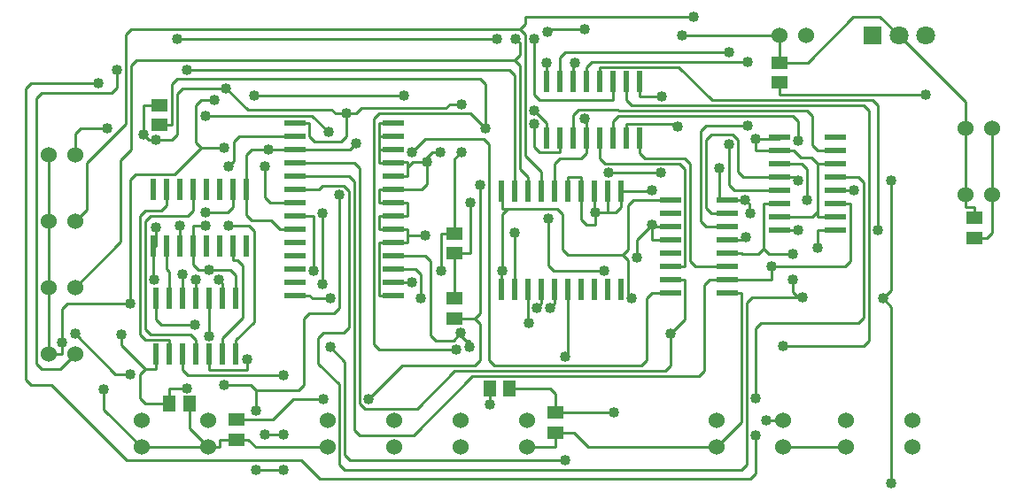
<source format=gbr>
G04 DipTrace 2.2.0.9*
%INBottom.gbr*%
%MOIN*%
%ADD13C,0.01*%
%ADD15R,0.0591X0.0512*%
%ADD16R,0.0512X0.0591*%
%ADD17C,0.06*%
%ADD20R,0.0236X0.0787*%
%ADD21R,0.0709X0.0709*%
%ADD22C,0.0709*%
%ADD23R,0.0787X0.0236*%
%ADD24C,0.04*%
%FSLAX44Y44*%
%SFA1B1*%
%OFA0B0*%
G04*
G70*
G90*
G75*
G01*
%LNBottom*%
%LPD*%
X28851Y15245D2*
D13*
X27445D1*
X27245Y15045D1*
Y13374D1*
X27045Y13174D1*
X25000D1*
X24800Y13374D1*
Y14692D1*
X24600Y14892D1*
X22727D1*
X22527D1*
Y15579D1*
X22477D1*
X9634Y18822D2*
X9038D1*
Y17705D1*
X9499Y9429D2*
Y8885D1*
X9092D1*
X8188Y9789D1*
Y10173D1*
X33990Y15256D2*
Y16424D1*
X33790Y16624D1*
X32946D1*
X40940Y17940D2*
Y15440D1*
X20973Y17056D2*
X20710Y16793D1*
Y13986D1*
X16669Y18495D2*
Y17645D1*
X16469Y17445D1*
X15469D1*
X15269Y17645D1*
Y18149D1*
X14726D1*
X23727Y18599D2*
X24186Y18140D1*
Y17580D1*
X34376Y13443D2*
Y14124D1*
X35072D1*
X30691Y16440D2*
Y15245D1*
X30977D1*
X22727Y14892D2*
X22527Y14692D1*
Y12572D1*
X38440Y19196D2*
X32956D1*
Y19674D1*
X10640Y8155D2*
X10002D1*
Y7560D1*
X27045Y13174D2*
X27245Y12974D1*
Y11679D1*
X27395Y11529D1*
X16669Y18495D2*
X17019D1*
X17223Y18699D1*
X20405D1*
X20555Y18849D1*
X20973D1*
X12130Y19457D2*
X12942Y18645D1*
X16100D1*
X16250Y18495D1*
X16669D1*
X9503Y17505D2*
X10079D1*
X10279Y17705D1*
Y19257D1*
X10479Y19457D1*
X12130D1*
X9038Y17705D2*
X9238Y17505D1*
X9503D1*
X40940Y15440D2*
Y14024D1*
X40740Y13824D1*
X40288D1*
X20710Y13986D2*
X20220D1*
Y12572D1*
X31671Y15256D2*
X31821Y15106D1*
Y14795D1*
X31871Y14745D1*
X30977Y15245D2*
X31660D1*
X31671Y15256D1*
X9405Y13524D2*
X9473D1*
Y14218D1*
X9438Y12249D2*
X9405Y12282D1*
Y13524D1*
X22527Y12572D2*
X22477Y12522D1*
Y11879D1*
X10002Y7560D2*
X9092D1*
X8892Y7760D1*
Y8685D1*
X9092Y8885D1*
X18426Y16149D2*
X18970D1*
Y16475D1*
Y16675D1*
X18426D1*
Y16649D1*
X32946Y17124D2*
X33490D1*
X33758Y16856D1*
X34146D1*
X34378Y16624D1*
Y14824D1*
X34178Y14624D1*
X32946D1*
X18426Y11649D2*
X17883D1*
Y13649D1*
X18426D1*
X11685Y18995D2*
X11205D1*
X11005Y18795D1*
Y17419D1*
X11205Y17219D1*
X10180Y16194D1*
X8738D1*
X8538Y15994D1*
Y11346D1*
X23440Y5940D2*
X24532D1*
Y6490D1*
X17019Y17375D2*
X16794Y17149D1*
X14726D1*
X11355Y14285D2*
X10905D1*
Y13524D1*
X7535Y8094D2*
Y7345D1*
X8940Y5940D1*
X23727Y18099D2*
Y17236D1*
X23927Y17036D1*
X24686D1*
Y17580D1*
X28507Y19142D2*
X27686D1*
Y19706D1*
X24977Y15579D2*
Y16123D1*
X25477D1*
Y15579D1*
X27595Y13072D2*
Y13748D1*
X28142Y14295D1*
X29290Y21440D2*
X32940D1*
X18426Y13649D2*
X18970D1*
Y13899D1*
Y14149D1*
X18426D1*
X35440Y5940D2*
X33073D1*
X11440D2*
X10750Y6630D1*
Y7560D1*
X34378Y14824D2*
Y14624D1*
X35072D1*
X11205Y17219D2*
X12055D1*
X18426Y16649D2*
X17883D1*
Y17149D1*
Y17649D1*
Y18149D1*
X18426D1*
X19705Y16675D2*
X19170D1*
X18970Y16475D1*
X17883Y17649D2*
X18426D1*
X35072Y16624D2*
X34378D1*
X32071Y17542D2*
Y17124D1*
X32946D1*
Y17624D2*
Y17556D1*
X32084D1*
X32071Y17542D1*
X26977Y15579D2*
Y14974D1*
X26777Y14774D1*
X26477D1*
Y15374D1*
Y15579D1*
X28142Y15595D2*
X28126Y15579D1*
X26977D1*
X19705Y16675D2*
Y16825D1*
X19905Y17025D1*
X20205D1*
X18426Y15649D2*
X19505D1*
X19705Y15849D1*
Y16675D1*
X18426Y15149D2*
X17883D1*
Y15649D1*
X18426D1*
Y14649D2*
X18970D1*
Y15149D1*
X18426D1*
Y14149D2*
X17883D1*
Y14649D1*
X18426D1*
X19620Y13899D2*
X18970D1*
X5440Y14440D2*
Y16940D1*
Y11940D2*
Y14440D1*
Y9440D2*
Y11940D1*
X5940Y9864D2*
Y9440D1*
X5440D1*
X8538Y11346D2*
X6140D1*
X5940Y11146D1*
Y9864D1*
X30573Y5940D2*
X31521Y6887D1*
Y11745D1*
X30977D1*
X24532Y6490D2*
X25216D1*
X25766Y5940D1*
X30573D1*
X12905Y15650D2*
Y14685D1*
X13105Y14485D1*
X13814D1*
X14150Y14149D1*
X14726D1*
X13725Y17149D2*
X13105D1*
X12905Y16949D1*
Y15650D1*
X14726Y17149D2*
X13725D1*
X11499Y12617D2*
X12299D1*
X12499Y12417D1*
Y11555D1*
X10905Y13524D2*
Y12817D1*
X11105Y12617D1*
X11499D1*
X12520Y6217D2*
X12965D1*
X13242Y5940D1*
X15940D1*
X11440D2*
X11890D1*
Y6217D1*
X12520D1*
X8940Y5940D2*
X11440D1*
X26031Y14774D2*
X26477D1*
X25477Y15579D2*
Y14524D1*
X25677Y14324D1*
X26031D1*
Y14774D1*
X28142Y14295D2*
Y13745D1*
X28851D1*
X39940Y15440D2*
Y14978D1*
X40288D1*
Y14572D1*
X39940Y17940D2*
Y15440D1*
X37440Y21440D2*
X39940Y18940D1*
Y17940D1*
X32956Y20422D2*
X34013D1*
X35736Y22144D1*
X36736D1*
X37440Y21440D1*
X32940D2*
X32956Y21424D1*
Y20422D1*
X26031Y14774D2*
X25981Y14824D1*
Y15579D1*
X28142Y14295D2*
X28192Y14245D1*
X28851D1*
X18426Y17149D2*
X17883D1*
X32440Y6940D2*
X33073D1*
X35072Y15124D2*
X35616D1*
Y12945D1*
X35416Y12745D1*
X32644D1*
X30977Y12245D2*
X30315D1*
X30115Y12045D1*
Y8797D1*
X29915Y8597D1*
X21390D1*
X19183Y6390D1*
X17140D1*
X16940Y6590D1*
Y15949D1*
X16740Y16149D1*
X14726D1*
X32644Y12745D2*
Y12245D1*
X30977D1*
X33439D2*
Y11783D1*
X33639Y11583D1*
X33821D1*
X30977Y13245D2*
X31521D1*
X31572Y13193D1*
X32152D1*
X32352Y13393D1*
Y15124D1*
X32946D1*
X32352Y13393D2*
X32552Y13193D1*
X33439D1*
X33821Y11583D2*
X31921D1*
X31721Y11383D1*
Y5290D1*
X31521Y5090D1*
X16590D1*
X16390Y5290D1*
Y8293D1*
X15597Y9087D1*
Y10049D1*
X15797Y10249D1*
X16540D1*
X16740Y10449D1*
Y15587D1*
X16540Y15787D1*
X15761D1*
X15622Y15649D1*
X14726D1*
X33640Y15974D2*
X33490Y16124D1*
X32946D1*
X37166Y4590D2*
Y11209D1*
X36846Y11529D1*
X15419Y12585D2*
Y14649D1*
X14726D1*
X32946Y16124D2*
X31591D1*
X31391Y16324D1*
Y17506D1*
X31191Y17706D1*
X30395D1*
X30195Y17506D1*
Y14945D1*
X30395Y14745D1*
X30977D1*
X36846Y11529D2*
X37166Y11849D1*
Y15974D1*
X28851Y12245D2*
X29395D1*
Y10753D1*
X28857Y10216D1*
X32071Y7764D2*
Y10421D1*
X32271Y10621D1*
X35916D1*
X36116Y10821D1*
Y15924D1*
X35916Y16124D1*
X35072D1*
X28857Y10216D2*
Y8997D1*
X28657Y8797D1*
X20738D1*
X19330Y7390D1*
X17340D1*
X17140Y7590D1*
Y16449D1*
X16940Y16649D1*
X14726D1*
X10305Y21323D2*
X22327D1*
X6440Y16940D2*
Y17727D1*
X6640Y17927D1*
X7668D1*
X25686Y17580D2*
Y17023D1*
X25486Y16823D1*
X24677D1*
X24477Y16623D1*
Y15579D1*
X25608Y18299D2*
X25686Y18221D1*
Y17580D1*
X24227Y21579D2*
X24338Y21689D1*
X25608D1*
X10655Y20157D2*
X22777D1*
X22977Y19957D1*
Y15579D1*
X6440Y9440D2*
X5888Y8888D1*
X5190D1*
X4990Y9088D1*
Y19089D1*
X5190Y19289D1*
X7818D1*
X8018Y19489D1*
Y20157D1*
X25258Y20400D2*
X25186Y20328D1*
Y19706D1*
X6440Y11940D2*
X8168Y13668D1*
Y16755D1*
X8568Y17155D1*
Y20307D1*
X8768Y20507D1*
X22977D1*
X23177Y20307D1*
Y16423D1*
X23477Y16123D1*
Y15579D1*
X22977Y20507D2*
X23177Y20707D1*
Y21173D1*
X23027Y21323D1*
X23727D2*
Y19192D1*
X23927Y18992D1*
X26686D1*
Y19706D1*
X6440Y14440D2*
X6890Y14890D1*
Y16638D1*
X8368Y18116D1*
Y21473D1*
X8568Y21673D1*
X23177D1*
X23377Y21873D1*
Y22129D1*
X29735D1*
X23177Y21673D2*
X23377Y21473D1*
Y16923D1*
X23977Y16323D1*
Y15579D1*
X27186Y17580D2*
Y18124D1*
X29132D1*
Y18024D1*
X16040Y11529D2*
X15389D1*
X15269Y11649D1*
X14726D1*
X16040Y9699D2*
X16590Y9149D1*
Y5640D1*
X16790Y5440D1*
X24882D1*
Y9347D2*
X24977Y9442D1*
Y11879D1*
X21297Y9694D2*
Y9952D1*
X21147D1*
X20947Y10152D1*
Y10225D1*
X23512Y10615D2*
X23477Y10649D1*
Y11879D1*
X20947Y10225D2*
X20674Y9952D1*
X20020D1*
X19820Y10152D1*
Y12949D1*
X19620Y13149D1*
X18426D1*
X23827Y11185D2*
X23977Y11335D1*
Y11879D1*
X19470Y11529D2*
Y12449D1*
X19270Y12649D1*
X18426D1*
X24327Y11185D2*
X24477Y11335D1*
Y11879D1*
X18426Y12149D2*
X19120D1*
X13594Y6417D2*
X14294D1*
X10945Y10548D2*
X9699D1*
X9499Y10748D1*
Y11555D1*
X9999D2*
Y12552D1*
X9905Y12646D1*
Y13524D1*
X10999Y11555D2*
Y12249D1*
X6440Y10218D2*
X7970Y8688D1*
X8538D1*
X10499Y11555D2*
Y12449D1*
X24532Y7238D2*
Y7952D1*
X24332Y8152D1*
X22800D1*
X26714Y7238D2*
X24532D1*
X26364Y12572D2*
X24445D1*
X24245Y12772D1*
Y14542D1*
X7318Y19639D2*
X4790D1*
X4590Y19439D1*
Y8488D1*
X4790Y8288D1*
X5544D1*
X8392Y5440D1*
X14940D1*
X15640Y4740D1*
X31871D1*
X32071Y4940D1*
Y6390D1*
X11853Y12249D2*
X11999Y12102D1*
Y11555D1*
X10405Y14285D2*
Y13524D1*
X18806Y19167D2*
X13189D1*
X12207Y14285D2*
X12973D1*
X13173Y14085D1*
Y10647D1*
X12499Y9973D1*
Y9429D1*
X11999D2*
Y10043D1*
X12767Y10811D1*
Y12767D1*
X12567Y12967D1*
X12405D1*
Y13524D1*
X12917Y9244D2*
Y8840D1*
X11499D1*
Y9429D1*
X15769Y12085D2*
Y14742D1*
X14294Y8640D2*
X10699D1*
X10499Y8840D1*
Y9429D1*
X20797Y9602D2*
X17883D1*
X17683Y9802D1*
Y18299D1*
X17883Y18499D1*
X21323D1*
X21873Y17949D1*
X22052Y8152D2*
Y7540D1*
X21873Y17949D2*
Y19607D1*
X21673Y19807D1*
X10279D1*
X10079Y19607D1*
Y18074D1*
X9634D1*
X11355Y18417D2*
X15353D1*
X15975Y17795D1*
X11355Y14785D2*
X12205D1*
X12405Y14985D1*
Y15650D1*
X16390Y15437D2*
Y11179D1*
X16190Y10979D1*
X15269D1*
X15069Y10779D1*
Y8290D1*
X14869Y8090D1*
X13244D1*
X13044Y8290D1*
X12040D1*
X11499Y11555D2*
Y10123D1*
X13244Y5090D2*
X14294D1*
X13244Y8090D2*
Y7315D1*
X19120Y17025D2*
X19620Y17525D1*
X21823D1*
X22023Y17325D1*
Y9197D1*
X22223Y8997D1*
X27745D1*
X27945Y9197D1*
Y11545D1*
X28145Y11745D1*
X28851D1*
X22977Y11879D2*
Y13997D1*
X12207Y16519D2*
X12407Y16719D1*
Y17449D1*
X12607Y17649D1*
X14726D1*
X13573Y16519D2*
Y15349D1*
X13773Y15149D1*
X14726D1*
X24186Y19706D2*
Y20400D1*
X21323Y15142D2*
Y13238D1*
X20710D1*
Y11529D1*
Y10781D2*
X21473D1*
X21673Y10581D1*
Y9197D1*
X21473Y8997D1*
X18748D1*
X17490Y7740D1*
X15790D2*
X14667D1*
X13892Y6965D1*
X12520D1*
X21473Y10781D2*
X21673Y10981D1*
Y15823D1*
X28492Y16273D2*
X26519D1*
X10999Y9429D2*
Y9973D1*
X10799Y10173D1*
X9288D1*
X9088Y10373D1*
Y14435D1*
X9288Y14635D1*
X10705D1*
X10905Y14835D1*
Y15650D1*
X9999Y9429D2*
Y9973D1*
X9088D1*
X8888Y10173D1*
Y14635D1*
X9088Y14835D1*
X9705D1*
X9905Y15035D1*
Y15650D1*
X31041Y17356D2*
Y15824D1*
X31241Y15624D1*
X32946D1*
X31041Y20800D2*
X24886D1*
X24686Y20600D1*
Y19706D1*
X36666Y14124D2*
Y18792D1*
X36466Y18992D1*
X30428D1*
X29171Y20250D1*
X26186D1*
Y19706D1*
X32946Y14124D2*
X33640D1*
X35072Y15624D2*
X35766D1*
X33640Y17474D2*
Y18192D1*
X33440Y18392D1*
X26886D1*
X26686Y18192D1*
Y17580D1*
X25186D2*
Y18449D1*
X25386Y18649D1*
X26858D1*
X26914Y18592D1*
X33978D1*
X34178Y18392D1*
Y17324D1*
X34378Y17124D1*
X35072D1*
X31741Y18042D2*
X30195D1*
X29995Y17842D1*
Y14445D1*
X30195Y14245D1*
X30977D1*
X31741Y20450D2*
X25886D1*
X25686Y20250D1*
Y19706D1*
X33089Y9737D2*
X36116D1*
X36316Y9937D1*
Y18592D1*
X36116Y18792D1*
X27386D1*
X27186Y18992D1*
Y19706D1*
X31684Y13856D2*
X31573Y13745D1*
X30977D1*
Y12745D2*
X29795D1*
X29595Y12945D1*
Y16623D1*
X29395Y16823D1*
X27886D1*
X27686Y17023D1*
Y17580D1*
X26186D2*
Y16823D1*
X26386Y16623D1*
X29195D1*
X29395Y16423D1*
Y12745D1*
X28851D1*
D24*
X8188Y10173D3*
X33990Y15256D3*
X23727Y18599D3*
X9038Y17705D3*
X20973Y17056D3*
X34376Y13443D3*
X9438Y12249D3*
X38440Y19196D3*
X20220Y12572D3*
X31871Y14745D3*
X10640Y8155D3*
X30691Y16440D3*
X27395Y11529D3*
X20973Y18849D3*
X9473Y14218D3*
X12130Y19457D3*
X9503Y17505D3*
X31671Y15256D3*
X16669Y18495D3*
X22527Y12572D3*
X17019Y17375D3*
X23727Y18099D3*
X28507Y19142D3*
X27595Y13072D3*
X29290Y21440D3*
X12055Y17219D3*
X7535Y8094D3*
X5940Y9864D3*
X20205Y17025D3*
X8538Y11346D3*
X11355Y14285D3*
X19620Y13899D3*
X32071Y17542D3*
X11499Y12617D3*
X13725Y17149D3*
X26031Y14774D3*
X11685Y18995D3*
X28142Y14295D3*
X19705Y16675D3*
X28142Y15595D3*
X32440Y6940D3*
X32644Y12745D3*
X33439Y13193D3*
Y12245D3*
X33821Y11583D3*
X36846Y11529D3*
X15419Y12585D3*
X37166Y4590D3*
X33640Y15974D3*
X37166D3*
X32071Y7764D3*
X28857Y10216D3*
X25608Y18299D3*
Y21689D3*
X24227Y21579D3*
X22327Y21323D3*
X10305D3*
X7668Y17927D3*
X25258Y20400D3*
X8018Y20157D3*
X10655D3*
X23027Y21323D3*
X23727D3*
X29132Y18024D3*
X29735Y22129D3*
X24882Y9347D3*
Y5440D3*
X16040Y9699D3*
Y11529D3*
X23512Y10615D3*
X20947Y10225D3*
X21297Y9694D3*
X23827Y11185D3*
X19470Y11529D3*
X24327Y11185D3*
X19120Y12149D3*
X14294Y6417D3*
X13594D3*
X10945Y10548D3*
X10999Y12249D3*
X8538Y8688D3*
X6440Y10218D3*
X10499Y12449D3*
X26714Y7238D3*
X24245Y14542D3*
X26364Y12572D3*
X32071Y6390D3*
X7318Y19639D3*
X11853Y12249D3*
X10405Y14285D3*
X13189Y19167D3*
X18806D3*
X12207Y14285D3*
X12917Y9244D3*
X15769Y14742D3*
Y12085D3*
X14294Y8640D3*
X21873Y17949D3*
X22052Y7540D3*
X20797Y9602D3*
X15975Y17795D3*
X11355Y18417D3*
Y14785D3*
X11499Y10123D3*
X12040Y8290D3*
X14294Y5090D3*
X13244D3*
Y7315D3*
X16390Y15437D3*
X19120Y17025D3*
X22977Y13997D3*
X12207Y16519D3*
X13573D3*
X24186Y20400D3*
X21323Y15142D3*
X17490Y7740D3*
X15790D3*
X21673Y15823D3*
X26519Y16273D3*
X28492D3*
X31041Y17356D3*
Y20800D3*
X36666Y14124D3*
X33640D3*
X35766Y15624D3*
X33640Y17474D3*
X31741Y18042D3*
Y20450D3*
X31684Y13856D3*
X33089Y9737D3*
D15*
X32956Y19674D3*
Y20422D3*
X12520Y6965D3*
Y6217D3*
X40288Y13824D3*
Y14572D3*
X24532Y7238D3*
Y6490D3*
D16*
X10002Y7560D3*
X10750D3*
D17*
X32940Y21440D3*
X33940D3*
X8940Y5940D3*
Y6940D3*
X37940D3*
Y5940D3*
X35440Y6940D3*
Y5940D3*
X33073Y6940D3*
Y5940D3*
X30573Y6940D3*
Y5940D3*
X40940Y17940D3*
X39940D3*
X40940Y15440D3*
X39940D3*
D15*
X20710Y13238D3*
Y13986D3*
Y10781D3*
Y11529D3*
X9634Y18074D3*
Y18822D3*
D16*
X22800Y8152D3*
X22052D3*
D17*
X11440Y5940D3*
Y6940D3*
X6440Y9440D3*
X5440D3*
X6440Y11940D3*
X5440D3*
X6440Y14440D3*
X5440D3*
X6440Y16940D3*
X5440D3*
D20*
X9499Y11555D3*
X9999D3*
X10499D3*
X10999D3*
X11499D3*
X11999D3*
X12499D3*
Y9429D3*
X11999D3*
X11499D3*
X10999D3*
X10499D3*
X9999D3*
X9499D3*
D21*
X36440Y21440D3*
D22*
X38440D3*
X37440D3*
D23*
X18426Y18149D3*
Y17649D3*
Y17149D3*
Y16649D3*
Y16149D3*
Y15649D3*
Y15149D3*
Y14649D3*
Y14149D3*
Y13649D3*
Y13149D3*
Y12649D3*
Y12149D3*
Y11649D3*
X14726D3*
Y12149D3*
Y12649D3*
Y13149D3*
Y13649D3*
Y14149D3*
Y14649D3*
Y15149D3*
Y15649D3*
Y16149D3*
Y16649D3*
Y17149D3*
Y17649D3*
Y18149D3*
D20*
X9405Y15650D3*
X9905D3*
X10405D3*
X10905D3*
X11405D3*
X11905D3*
X12405D3*
X12905D3*
Y13524D3*
X12405D3*
X11905D3*
X11405D3*
X10905D3*
X10405D3*
X9905D3*
X9405D3*
X22477Y15579D3*
X22977D3*
X23477D3*
X23977D3*
X24477D3*
X24977D3*
X25477D3*
X25977D3*
X26477D3*
X26977D3*
Y11879D3*
X26477D3*
X25977D3*
X25477D3*
X24977D3*
X24477D3*
X23977D3*
X23477D3*
X22977D3*
X22477D3*
D23*
X30977Y15245D3*
Y14745D3*
Y14245D3*
Y13745D3*
Y13245D3*
Y12745D3*
Y12245D3*
Y11745D3*
X28851D3*
Y12245D3*
Y12745D3*
Y13245D3*
Y13745D3*
Y14245D3*
Y14745D3*
Y15245D3*
D20*
X24186Y19706D3*
X24686D3*
X25186D3*
X25686D3*
X26186D3*
X26686D3*
X27186D3*
X27686D3*
Y17580D3*
X27186D3*
X26686D3*
X26186D3*
X25686D3*
X25186D3*
X24686D3*
X24186D3*
D23*
X32946Y14124D3*
Y14624D3*
Y15124D3*
Y15624D3*
Y16124D3*
Y16624D3*
Y17124D3*
Y17624D3*
X35072D3*
Y17124D3*
Y16624D3*
Y16124D3*
Y15624D3*
Y15124D3*
Y14624D3*
Y14124D3*
D17*
X23440Y6940D3*
Y5940D3*
X20940Y6940D3*
Y5940D3*
X18440Y6940D3*
Y5940D3*
X15940Y6940D3*
Y5940D3*
M02*

</source>
